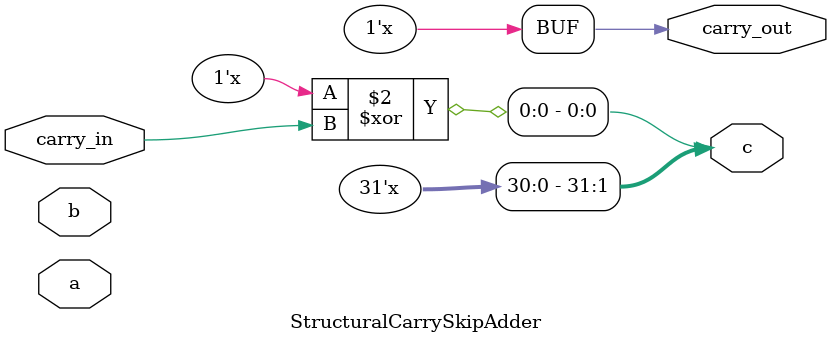
<source format=sv>
`default_nettype none
module StructuralCarrySkipAdder
    #(  //--------------------------------------//---------------------------------
        // Parameters                           // Description(s)
        //--------------------------------------//---------------------------------
        parameter int    N     = 32             //
    )  (//--------------------------------------//---------------------------------
        // Inputs                               // Description(s)
        //--------------------------------------//---------------------------------
        input  wire [N-1:0] a,                  //
        input  wire [N-1:0] b,                  //
        input  wire         carry_in,           //
        //--------------------------------------//---------------------------------
        // Outputs                              // Description(s)
        //--------------------------------------//---------------------------------
        output wire [N-1:0] c,                  //
        output wire         carry_out           //
    );
    
    //-------------------------------------------------------------------------
    // Local Nets
    //-------------------------------------------------------------------------

    
    //-------------------------------------------------------------------------
    // Module Instantiation
    //-------------------------------------------------------------------------            
    genvar i;
    generate for (i = 0; i < N; i = i + 1) begin : STRUCTURAL_FULL_ADDER_GENERATION
        // Summation Logic
        xor u_a_xor_b(a_xor_b[i], a[i], b[i]);
        if (i == 0) xor u_a_xor_b_xor_carry_in(c[i], a_xor_b[i], carry_in); 
        else        xor u_a_xor_b_xor_carry_in(c[i], a_xor_b[i], carry[i-1]);
            // Carry Logic
        and u_a_and_b(a_and_b[i], a[i], b[i]);
        or  u_a_or_b(a_or_b[i], a[i], b[i]);
        if (i == 0) and u_a_or_b_and_carry_in(a_or_b_and_carry_in[i], a_or_b[i], carry_in);
        else        and u_a_or_b_and_carry_in(a_or_b_and_carry_in[i], a_or_b[i], carry[i-1]);
                    
        if (i == N-1) or  u_a_or_b_and_carry_in_or_a_and_b(carry_out, a_or_b_and_carry_in[i], carry[i-1]);
        else          or  u_a_or_b_and_carry_in_or_a_and_b(carry[i],  a_or_b_and_carry_in[i], carry[i-1]);
    end : STRUCTURAL_FULL_ADDER_GENERATION
    endgenerate
    
endmodule : StructuralCarrySkipAdder
`default_nettype wire
</source>
